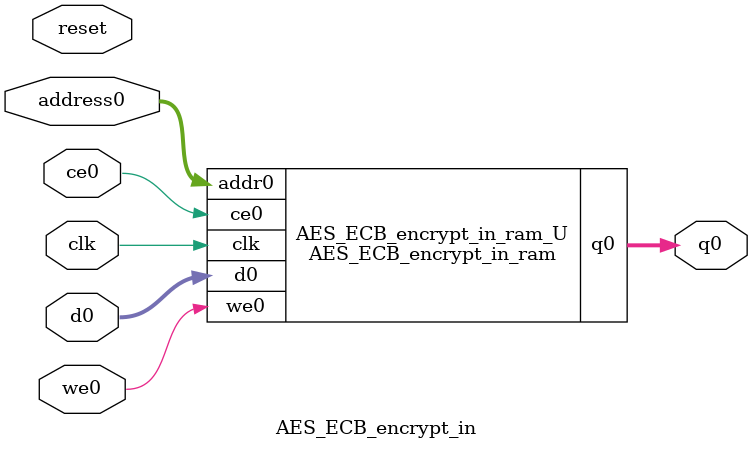
<source format=v>
`timescale 1 ns / 1 ps
module AES_ECB_encrypt_in_ram (addr0, ce0, d0, we0, q0,  clk);

parameter DWIDTH = 8;
parameter AWIDTH = 4;
parameter MEM_SIZE = 16;

input[AWIDTH-1:0] addr0;
input ce0;
input[DWIDTH-1:0] d0;
input we0;
output reg[DWIDTH-1:0] q0;
input clk;

(* ram_style = "distributed" *)reg [DWIDTH-1:0] ram[0:MEM_SIZE-1];




always @(posedge clk)  
begin 
    if (ce0) 
    begin
        if (we0) 
        begin 
            ram[addr0] <= d0; 
        end 
        q0 <= ram[addr0];
    end
end


endmodule

`timescale 1 ns / 1 ps
module AES_ECB_encrypt_in(
    reset,
    clk,
    address0,
    ce0,
    we0,
    d0,
    q0);

parameter DataWidth = 32'd8;
parameter AddressRange = 32'd16;
parameter AddressWidth = 32'd4;
input reset;
input clk;
input[AddressWidth - 1:0] address0;
input ce0;
input we0;
input[DataWidth - 1:0] d0;
output[DataWidth - 1:0] q0;



AES_ECB_encrypt_in_ram AES_ECB_encrypt_in_ram_U(
    .clk( clk ),
    .addr0( address0 ),
    .ce0( ce0 ),
    .we0( we0 ),
    .d0( d0 ),
    .q0( q0 ));

endmodule


</source>
